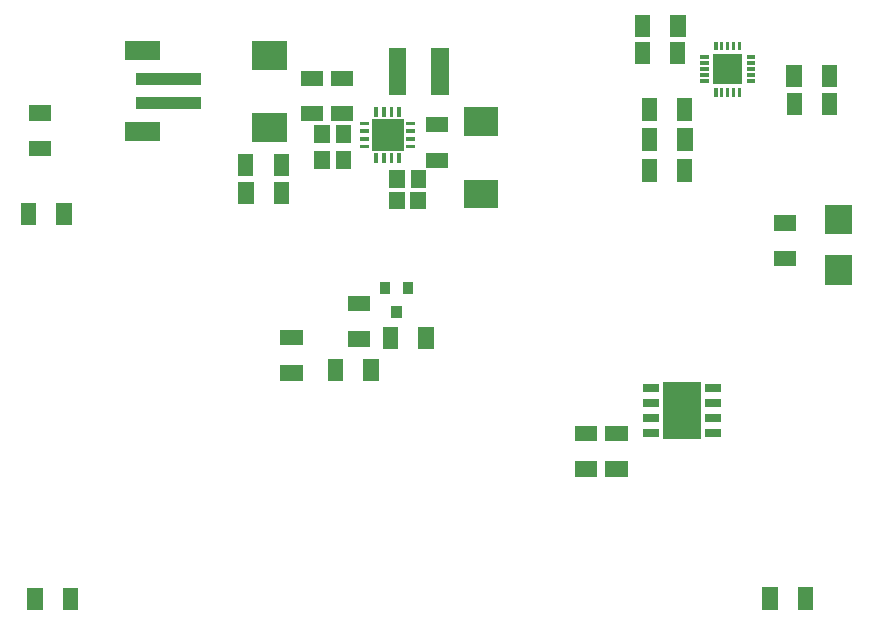
<source format=gbr>
G04 start of page 12 for group -4014 idx -4014 *
G04 Title: (unknown), bottompaste *
G04 Creator: pcb 4.2.0 *
G04 CreationDate: Thu Mar 26 12:54:29 2020 UTC *
G04 For: blinken *
G04 Format: Gerber/RS-274X *
G04 PCB-Dimensions (mm): 90.16 90.16 *
G04 PCB-Coordinate-Origin: lower left *
%MOMM*%
%FSLAX43Y43*%
%LNBOTTOMPASTE*%
%ADD96C,0.002*%
G54D96*G36*
X67390Y80739D02*X67091D01*
Y80010D01*
X67390D01*
Y80739D01*
G37*
G36*
X66890D02*X66590D01*
Y80010D01*
X66890D01*
Y80739D01*
G37*
G36*
X66390D02*X66090D01*
Y80010D01*
X66390D01*
Y80739D01*
G37*
G36*
X65890D02*X65590D01*
Y80010D01*
X65890D01*
Y80739D01*
G37*
G36*
X63910Y81489D02*Y81190D01*
X64639D01*
Y81489D01*
X63910D01*
G37*
G36*
Y81990D02*Y81690D01*
X64639D01*
Y81990D01*
X63910D01*
G37*
G36*
Y82490D02*Y82190D01*
X64639D01*
Y82490D01*
X63910D01*
G37*
G36*
Y82990D02*Y82690D01*
X64639D01*
Y82990D01*
X63910D01*
G37*
G36*
Y83490D02*Y83191D01*
X64639D01*
Y83490D01*
X63910D01*
G37*
G36*
X64990Y82340D02*Y81090D01*
X66240D01*
Y82340D01*
X64990D01*
G37*
G36*
X66240D02*Y81090D01*
X67490D01*
Y82340D01*
X66240D01*
G37*
G36*
Y83590D02*Y82340D01*
X67490D01*
Y83590D01*
X66240D01*
G37*
G36*
X64990D02*Y82340D01*
X66240D01*
Y83590D01*
X64990D01*
G37*
G36*
X65389Y84671D02*X65090D01*
Y83942D01*
X65389D01*
Y84671D01*
G37*
G36*
X65890D02*X65590D01*
Y83942D01*
X65890D01*
Y84671D01*
G37*
G36*
X66390D02*X66090D01*
Y83942D01*
X66390D01*
Y84671D01*
G37*
G36*
X66890D02*X66590D01*
Y83942D01*
X66890D01*
Y84671D01*
G37*
G36*
X67390D02*X67091D01*
Y83942D01*
X67390D01*
Y84671D01*
G37*
G36*
X67842Y83490D02*Y83191D01*
X68571D01*
Y83490D01*
X67842D01*
G37*
G36*
Y82990D02*Y82690D01*
X68571D01*
Y82990D01*
X67842D01*
G37*
G36*
Y82490D02*Y82190D01*
X68571D01*
Y82490D01*
X67842D01*
G37*
G36*
Y81990D02*Y81690D01*
X68571D01*
Y81990D01*
X67842D01*
G37*
G36*
Y81489D02*Y81190D01*
X68571D01*
Y81489D01*
X67842D01*
G37*
G36*
X65389Y80739D02*X65090D01*
Y80010D01*
X65389D01*
Y80739D01*
G37*
G36*
X60256Y79871D02*X58956D01*
Y77971D01*
X60256D01*
Y79871D01*
G37*
G36*
X63256D02*X61956D01*
Y77971D01*
X63256D01*
Y79871D01*
G37*
G36*
X35110Y77885D02*Y77585D01*
X35910D01*
Y77885D01*
X35110D01*
G37*
G36*
Y77235D02*Y76935D01*
X35910D01*
Y77235D01*
X35110D01*
G37*
G36*
Y76585D02*Y76285D01*
X35910D01*
Y76585D01*
X35110D01*
G37*
G36*
Y75935D02*Y75635D01*
X35910D01*
Y75935D01*
X35110D01*
G37*
G36*
X39010D02*Y75635D01*
X39810D01*
Y75935D01*
X39010D01*
G37*
G36*
Y76585D02*Y76285D01*
X39810D01*
Y76585D01*
X39010D01*
G37*
G36*
Y77235D02*Y76935D01*
X39810D01*
Y77235D01*
X39010D01*
G37*
G36*
Y77885D02*Y77585D01*
X39810D01*
Y77885D01*
X39010D01*
G37*
G36*
X36635Y75210D02*X36335D01*
Y74410D01*
X36635D01*
Y75210D01*
G37*
G36*
X37285D02*X36985D01*
Y74410D01*
X37285D01*
Y75210D01*
G37*
G36*
X37935D02*X37635D01*
Y74410D01*
X37935D01*
Y75210D01*
G37*
G36*
X38585D02*X38285D01*
Y74410D01*
X38585D01*
Y75210D01*
G37*
G36*
Y79110D02*X38285D01*
Y78310D01*
X38585D01*
Y79110D01*
G37*
G36*
X37935D02*X37635D01*
Y78310D01*
X37935D01*
Y79110D01*
G37*
G36*
X37285D02*X36985D01*
Y78310D01*
X37285D01*
Y79110D01*
G37*
G36*
X36635D02*X36335D01*
Y78310D01*
X36635D01*
Y79110D01*
G37*
G36*
X36110Y78110D02*Y75410D01*
X38810D01*
Y78110D01*
X36110D01*
G37*
G36*
X40690Y71950D02*X39390D01*
Y70450D01*
X40690D01*
Y71950D01*
G37*
G36*
X38890D02*X37590D01*
Y70450D01*
X38890D01*
Y71950D01*
G37*
G36*
X29124Y72781D02*X27824D01*
Y70881D01*
X29124D01*
Y72781D01*
G37*
G36*
X26124D02*X24824D01*
Y70881D01*
X26124D01*
Y72781D01*
G37*
G36*
X29094Y75157D02*X27794D01*
Y73257D01*
X29094D01*
Y75157D01*
G37*
G36*
X26094D02*X24794D01*
Y73257D01*
X26094D01*
Y75157D01*
G37*
G36*
X41351Y60524D02*X40051D01*
Y58624D01*
X41351D01*
Y60524D01*
G37*
G36*
X38351D02*X37051D01*
Y58624D01*
X38351D01*
Y60524D01*
G37*
G36*
X36697Y57825D02*X35397D01*
Y55925D01*
X36697D01*
Y57825D01*
G37*
G36*
X33698D02*X32398D01*
Y55925D01*
X33698D01*
Y57825D01*
G37*
G36*
X37653Y64343D02*X36790D01*
Y63327D01*
X37653D01*
Y64343D01*
G37*
G36*
X39634D02*X38771D01*
Y63327D01*
X39634D01*
Y64343D01*
G37*
G36*
X38644Y62260D02*X37780D01*
Y61244D01*
X38644D01*
Y62260D01*
G37*
G36*
X28354Y57268D02*Y55968D01*
X30254D01*
Y57268D01*
X28354D01*
G37*
G36*
Y60268D02*Y58968D01*
X30254D01*
Y60268D01*
X28354D01*
G37*
G36*
X76760Y66560D02*X74460D01*
Y64060D01*
X76760D01*
Y66560D01*
G37*
G36*
Y70860D02*X74460D01*
Y68360D01*
X76760D01*
Y70860D01*
G37*
G36*
X38900Y73750D02*X37600D01*
Y72250D01*
X38900D01*
Y73750D01*
G37*
G36*
X40700D02*X39400D01*
Y72250D01*
X40700D01*
Y73750D01*
G37*
G36*
X34095Y63142D02*Y61842D01*
X35995D01*
Y63142D01*
X34095D01*
G37*
G36*
Y60142D02*Y58842D01*
X35995D01*
Y60142D01*
X34095D01*
G37*
G36*
X75533Y80321D02*X74233D01*
Y78422D01*
X75533D01*
Y80321D01*
G37*
G36*
X72533D02*X71233D01*
Y78422D01*
X72533D01*
Y80321D01*
G37*
G36*
X70170Y66950D02*Y65650D01*
X72070D01*
Y66950D01*
X70170D01*
G37*
G36*
Y69950D02*Y68650D01*
X72070D01*
Y69950D01*
X70170D01*
G37*
G36*
X30116Y82216D02*Y80916D01*
X32016D01*
Y82216D01*
X30116D01*
G37*
G36*
Y79216D02*Y77916D01*
X32016D01*
Y79216D01*
X30116D01*
G37*
G36*
X43881Y79084D02*Y76684D01*
X46781D01*
Y79084D01*
X43881D01*
G37*
G36*
Y72984D02*Y70584D01*
X46781D01*
Y72984D01*
X43881D01*
G37*
G36*
X40694Y78269D02*Y76969D01*
X42594D01*
Y78269D01*
X40694D01*
G37*
G36*
Y75269D02*Y73969D01*
X42594D01*
Y75269D01*
X40694D01*
G37*
G36*
X32543Y77589D02*X31243D01*
Y76090D01*
X32543D01*
Y77589D01*
G37*
G36*
X34343D02*X33043D01*
Y76090D01*
X34343D01*
Y77589D01*
G37*
G36*
X7063Y79262D02*Y77962D01*
X8963D01*
Y79262D01*
X7063D01*
G37*
G36*
Y76262D02*Y74962D01*
X8963D01*
Y76262D01*
X7063D01*
G37*
G36*
X34347Y75404D02*X33047D01*
Y73905D01*
X34347D01*
Y75404D01*
G37*
G36*
X32547D02*X31247D01*
Y73905D01*
X32547D01*
Y75404D01*
G37*
G36*
X39051Y84119D02*X37551D01*
Y80119D01*
X39051D01*
Y84119D01*
G37*
G36*
X42651D02*X41151D01*
Y80119D01*
X42651D01*
Y84119D01*
G37*
G36*
X32630Y82208D02*Y80908D01*
X34530D01*
Y82208D01*
X32630D01*
G37*
G36*
Y79209D02*Y77909D01*
X34530D01*
Y79209D01*
X32630D01*
G37*
G36*
X7697Y71027D02*X6397D01*
Y69127D01*
X7697D01*
Y71027D01*
G37*
G36*
X10697D02*X9397D01*
Y69127D01*
X10697D01*
Y71027D01*
G37*
G36*
X16189Y81983D02*Y80983D01*
X21689D01*
Y81983D01*
X16189D01*
G37*
G36*
Y79983D02*Y78983D01*
X21689D01*
Y79983D01*
X16189D01*
G37*
G36*
X15189Y84683D02*Y83083D01*
X18189D01*
Y84683D01*
X15189D01*
G37*
G36*
Y77883D02*Y76283D01*
X18189D01*
Y77883D01*
X15189D01*
G37*
G36*
X25998Y84692D02*Y82292D01*
X28898D01*
Y84692D01*
X25998D01*
G37*
G36*
Y78592D02*Y76192D01*
X28898D01*
Y78592D01*
X25998D01*
G37*
G36*
X62683Y86947D02*X61383D01*
Y85047D01*
X62683D01*
Y86947D01*
G37*
G36*
X59683D02*X58383D01*
Y85047D01*
X59683D01*
Y86947D01*
G37*
G36*
X62667Y84627D02*X61367D01*
Y82727D01*
X62667D01*
Y84627D01*
G37*
G36*
X59667D02*X58367D01*
Y82727D01*
X59667D01*
Y84627D01*
G37*
G36*
X11243Y38430D02*X9943D01*
Y36531D01*
X11243D01*
Y38430D01*
G37*
G36*
X8243D02*X6944D01*
Y36531D01*
X8243D01*
Y38430D01*
G37*
G36*
X70493Y38480D02*X69193D01*
Y36580D01*
X70493D01*
Y38480D01*
G37*
G36*
X73492D02*X72192D01*
Y36580D01*
X73492D01*
Y38480D01*
G37*
G36*
X63258Y74683D02*X61958D01*
Y72783D01*
X63258D01*
Y74683D01*
G37*
G36*
X60258D02*X58958D01*
Y72783D01*
X60258D01*
Y74683D01*
G37*
G36*
X60274Y77319D02*X58974D01*
Y75419D01*
X60274D01*
Y77319D01*
G37*
G36*
X63273D02*X61973D01*
Y75419D01*
X63273D01*
Y77319D01*
G37*
G36*
X75524Y82718D02*X74224D01*
Y80818D01*
X75524D01*
Y82718D01*
G37*
G36*
X72524D02*X71224D01*
Y80818D01*
X72524D01*
Y82718D01*
G37*
G36*
X63999Y55880D02*X60799D01*
Y50980D01*
X63999D01*
Y55880D01*
G37*
G36*
X59099Y51900D02*Y51150D01*
X60449D01*
Y51900D01*
X59099D01*
G37*
G36*
Y53170D02*Y52420D01*
X60449D01*
Y53170D01*
X59099D01*
G37*
G36*
Y54440D02*Y53690D01*
X60449D01*
Y54440D01*
X59099D01*
G37*
G36*
Y55710D02*Y54960D01*
X60449D01*
Y55710D01*
X59099D01*
G37*
G36*
X64349Y51900D02*Y51150D01*
X65699D01*
Y51900D01*
X64349D01*
G37*
G36*
Y53170D02*Y52420D01*
X65699D01*
Y53170D01*
X64349D01*
G37*
G36*
Y54440D02*Y53690D01*
X65699D01*
Y54440D01*
X64349D01*
G37*
G36*
Y55710D02*Y54960D01*
X65699D01*
Y55710D01*
X64349D01*
G37*
G36*
X55898Y49133D02*Y47833D01*
X57798D01*
Y49133D01*
X55898D01*
G37*
G36*
Y52133D02*Y50833D01*
X57798D01*
Y52133D01*
X55898D01*
G37*
G36*
X53278Y49137D02*Y47837D01*
X55178D01*
Y49137D01*
X53278D01*
G37*
G36*
Y52137D02*Y50837D01*
X55178D01*
Y52137D01*
X53278D01*
G37*
M02*

</source>
